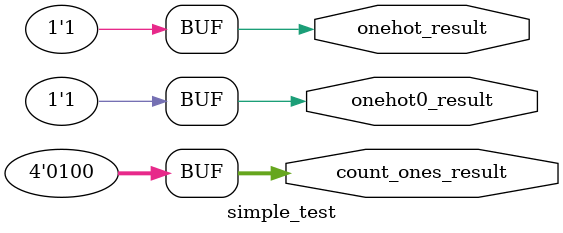
<source format=sv>
module simple_test (
    output [3:0] count_ones_result,
    output onehot_result,
    output onehot0_result
);
    // Test with known constant values
    assign count_ones_result = $countones(8'b10101010); // Should be 4
    assign onehot_result = $onehot(8'b00000100);       // Should be 1 (exactly one bit set)
    assign onehot0_result = $onehot0(8'b00000000);     // Should be 1 (zero bits set is valid for onehot0)
endmodule
</source>
